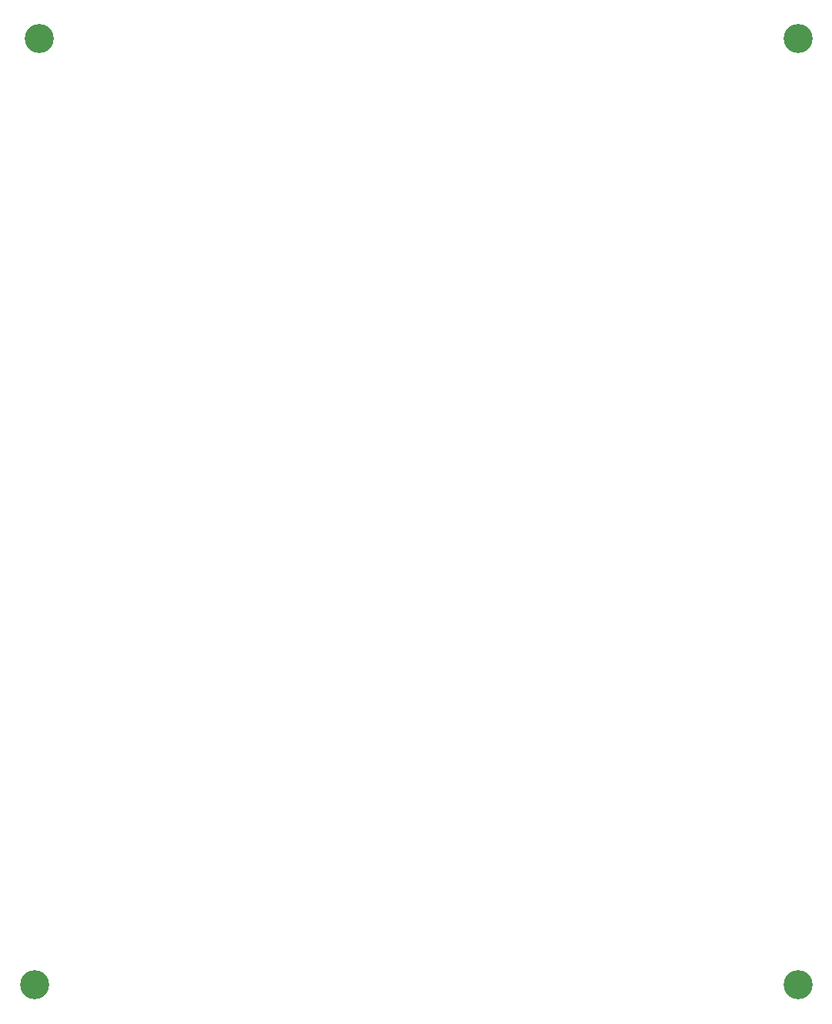
<source format=gbr>
%TF.GenerationSoftware,KiCad,Pcbnew,9.0.0*%
%TF.CreationDate,2025-09-21T21:00:06-04:00*%
%TF.ProjectId,Design V2.0,44657369-676e-4205-9632-2e302e6b6963,rev?*%
%TF.SameCoordinates,Original*%
%TF.FileFunction,NonPlated,1,2,NPTH,Drill*%
%TF.FilePolarity,Positive*%
%FSLAX46Y46*%
G04 Gerber Fmt 4.6, Leading zero omitted, Abs format (unit mm)*
G04 Created by KiCad (PCBNEW 9.0.0) date 2025-09-21 21:00:06*
%MOMM*%
%LPD*%
G01*
G04 APERTURE LIST*
%TA.AperFunction,ComponentDrill*%
%ADD10C,3.200000*%
%TD*%
G04 APERTURE END LIST*
D10*
%TO.C,H4*%
X161500000Y-137500000D03*
%TO.C,H1*%
X162000000Y-33500000D03*
%TO.C,H2*%
X245500000Y-33500000D03*
%TO.C,H3*%
X245500000Y-137500000D03*
M02*

</source>
